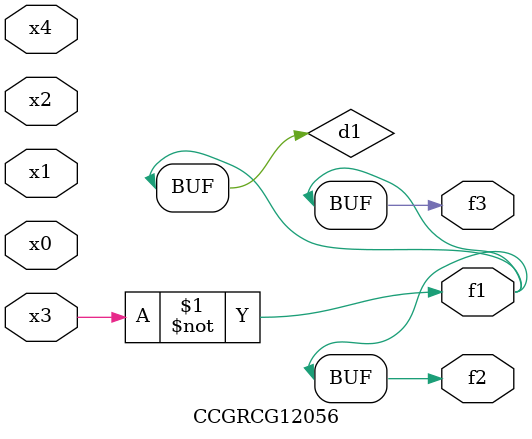
<source format=v>
module CCGRCG12056(
	input x0, x1, x2, x3, x4,
	output f1, f2, f3
);

	wire d1, d2;

	xnor (d1, x3);
	not (d2, x1);
	assign f1 = d1;
	assign f2 = d1;
	assign f3 = d1;
endmodule

</source>
